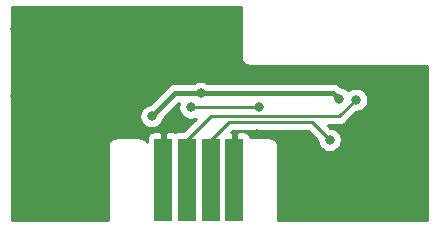
<source format=gbl>
G04 #@! TF.GenerationSoftware,KiCad,Pcbnew,(5.1.0)-1*
G04 #@! TF.CreationDate,2019-10-23T17:10:22-04:00*
G04 #@! TF.ProjectId,gc_sp2,67635f73-7032-42e6-9b69-6361645f7063,rev?*
G04 #@! TF.SameCoordinates,Original*
G04 #@! TF.FileFunction,Copper,L2,Bot*
G04 #@! TF.FilePolarity,Positive*
%FSLAX46Y46*%
G04 Gerber Fmt 4.6, Leading zero omitted, Abs format (unit mm)*
G04 Created by KiCad (PCBNEW (5.1.0)-1) date 2019-10-23 17:10:22*
%MOMM*%
%LPD*%
G04 APERTURE LIST*
%ADD10R,1.500000X7.000000*%
%ADD11C,0.800000*%
%ADD12C,0.400000*%
%ADD13C,0.250000*%
%ADD14C,0.254000*%
G04 APERTURE END LIST*
D10*
X76500000Y-115900000D03*
X78500000Y-115900000D03*
X80500000Y-115900000D03*
X82500000Y-115900000D03*
D11*
X75500000Y-110500000D03*
X91350000Y-109000000D03*
X79650000Y-108550000D03*
X64050000Y-116250000D03*
X70000000Y-116250000D03*
X63950000Y-108750000D03*
X70000000Y-108750000D03*
X63950000Y-103100000D03*
X70000000Y-103100000D03*
X77250000Y-103050000D03*
X84400000Y-112000000D03*
X92460000Y-111800000D03*
X83870000Y-106830000D03*
X84600000Y-109750000D03*
X78800000Y-109750000D03*
X92800000Y-109100000D03*
X90580000Y-112490000D03*
D12*
X77500000Y-108500000D02*
X75500000Y-110500000D01*
X91350000Y-109000000D02*
X90850000Y-108500000D01*
X90850000Y-108500000D02*
X77500000Y-108500000D01*
X82500000Y-116250000D02*
X82500000Y-112200000D01*
X76500000Y-116250000D02*
X76500000Y-112050000D01*
D13*
X78800000Y-109750000D02*
X84600000Y-109750000D01*
X78500000Y-112500000D02*
X78500000Y-116250000D01*
X80500000Y-110500000D02*
X78500000Y-112500000D01*
X92800000Y-109100000D02*
X91400000Y-110500000D01*
X91400000Y-110500000D02*
X80500000Y-110500000D01*
X80500000Y-116250000D02*
X80500000Y-112500000D01*
X80500000Y-112500000D02*
X82050000Y-110950000D01*
X89040000Y-110950000D02*
X90180001Y-112090001D01*
X82050000Y-110950000D02*
X89040000Y-110950000D01*
X90180001Y-112090001D02*
X90580000Y-112490000D01*
D14*
G36*
X83040000Y-105465123D02*
G01*
X83036565Y-105500000D01*
X83050273Y-105639184D01*
X83090872Y-105773020D01*
X83156800Y-105896363D01*
X83245525Y-106004475D01*
X83353637Y-106093200D01*
X83476980Y-106159128D01*
X83610816Y-106199727D01*
X83750000Y-106213435D01*
X83784877Y-106210000D01*
X98790000Y-106210000D01*
X98790001Y-119290000D01*
X86210000Y-119290000D01*
X86210000Y-113034877D01*
X86213435Y-113000000D01*
X86199727Y-112860816D01*
X86159128Y-112726980D01*
X86093200Y-112603637D01*
X86004475Y-112495525D01*
X85896363Y-112406800D01*
X85773020Y-112340872D01*
X85639184Y-112300273D01*
X85534877Y-112290000D01*
X85500000Y-112286565D01*
X85465123Y-112290000D01*
X83877238Y-112290000D01*
X83875812Y-112275518D01*
X83839502Y-112155820D01*
X83780537Y-112045506D01*
X83701185Y-111948815D01*
X83604494Y-111869463D01*
X83494180Y-111810498D01*
X83374482Y-111774188D01*
X83250000Y-111761928D01*
X82785750Y-111765000D01*
X82627000Y-111923750D01*
X82627000Y-112873000D01*
X82373000Y-112873000D01*
X82373000Y-111923750D01*
X82262026Y-111812776D01*
X82364802Y-111710000D01*
X88725199Y-111710000D01*
X89545000Y-112529802D01*
X89545000Y-112591939D01*
X89584774Y-112791898D01*
X89662795Y-112980256D01*
X89776063Y-113149774D01*
X89920226Y-113293937D01*
X90089744Y-113407205D01*
X90278102Y-113485226D01*
X90478061Y-113525000D01*
X90681939Y-113525000D01*
X90881898Y-113485226D01*
X91070256Y-113407205D01*
X91239774Y-113293937D01*
X91383937Y-113149774D01*
X91497205Y-112980256D01*
X91575226Y-112791898D01*
X91615000Y-112591939D01*
X91615000Y-112388061D01*
X91575226Y-112188102D01*
X91497205Y-111999744D01*
X91383937Y-111830226D01*
X91239774Y-111686063D01*
X91070256Y-111572795D01*
X90881898Y-111494774D01*
X90681939Y-111455000D01*
X90619802Y-111455000D01*
X90424802Y-111260000D01*
X91362678Y-111260000D01*
X91400000Y-111263676D01*
X91437322Y-111260000D01*
X91437333Y-111260000D01*
X91548986Y-111249003D01*
X91692247Y-111205546D01*
X91824276Y-111134974D01*
X91940001Y-111040001D01*
X91963804Y-111010997D01*
X92839802Y-110135000D01*
X92901939Y-110135000D01*
X93101898Y-110095226D01*
X93290256Y-110017205D01*
X93459774Y-109903937D01*
X93603937Y-109759774D01*
X93717205Y-109590256D01*
X93795226Y-109401898D01*
X93835000Y-109201939D01*
X93835000Y-108998061D01*
X93795226Y-108798102D01*
X93717205Y-108609744D01*
X93603937Y-108440226D01*
X93459774Y-108296063D01*
X93290256Y-108182795D01*
X93101898Y-108104774D01*
X92901939Y-108065000D01*
X92698061Y-108065000D01*
X92498102Y-108104774D01*
X92309744Y-108182795D01*
X92140226Y-108296063D01*
X92125000Y-108311289D01*
X92009774Y-108196063D01*
X91840256Y-108082795D01*
X91651898Y-108004774D01*
X91506775Y-107975907D01*
X91469445Y-107938578D01*
X91443291Y-107906709D01*
X91316146Y-107802364D01*
X91171087Y-107724828D01*
X91013689Y-107677082D01*
X90891019Y-107665000D01*
X90891018Y-107665000D01*
X90850000Y-107660960D01*
X90808982Y-107665000D01*
X80188454Y-107665000D01*
X80140256Y-107632795D01*
X79951898Y-107554774D01*
X79751939Y-107515000D01*
X79548061Y-107515000D01*
X79348102Y-107554774D01*
X79159744Y-107632795D01*
X79111546Y-107665000D01*
X77541018Y-107665000D01*
X77499999Y-107660960D01*
X77458981Y-107665000D01*
X77336311Y-107677082D01*
X77178913Y-107724828D01*
X77033854Y-107802364D01*
X76906709Y-107906709D01*
X76880559Y-107938573D01*
X75343225Y-109475907D01*
X75198102Y-109504774D01*
X75009744Y-109582795D01*
X74840226Y-109696063D01*
X74696063Y-109840226D01*
X74582795Y-110009744D01*
X74504774Y-110198102D01*
X74465000Y-110398061D01*
X74465000Y-110601939D01*
X74504774Y-110801898D01*
X74582795Y-110990256D01*
X74696063Y-111159774D01*
X74840226Y-111303937D01*
X75009744Y-111417205D01*
X75198102Y-111495226D01*
X75398061Y-111535000D01*
X75601939Y-111535000D01*
X75801898Y-111495226D01*
X75990256Y-111417205D01*
X76159774Y-111303937D01*
X76303937Y-111159774D01*
X76417205Y-110990256D01*
X76495226Y-110801898D01*
X76524093Y-110656775D01*
X77845868Y-109335000D01*
X77851623Y-109335000D01*
X77804774Y-109448102D01*
X77765000Y-109648061D01*
X77765000Y-109851939D01*
X77804774Y-110051898D01*
X77882795Y-110240256D01*
X77996063Y-110409774D01*
X78140226Y-110553937D01*
X78309744Y-110667205D01*
X78498102Y-110745226D01*
X78698061Y-110785000D01*
X78901939Y-110785000D01*
X79101898Y-110745226D01*
X79235180Y-110690018D01*
X78163271Y-111761928D01*
X77750000Y-111761928D01*
X77625518Y-111774188D01*
X77505820Y-111810498D01*
X77500000Y-111813609D01*
X77494180Y-111810498D01*
X77374482Y-111774188D01*
X77250000Y-111761928D01*
X76785750Y-111765000D01*
X76627000Y-111923750D01*
X76627000Y-112873000D01*
X76373000Y-112873000D01*
X76373000Y-111923750D01*
X76214250Y-111765000D01*
X75750000Y-111761928D01*
X75625518Y-111774188D01*
X75505820Y-111810498D01*
X75395506Y-111869463D01*
X75298815Y-111948815D01*
X75219463Y-112045506D01*
X75160498Y-112155820D01*
X75124188Y-112275518D01*
X75111928Y-112400000D01*
X75112157Y-112639102D01*
X75093200Y-112603637D01*
X75004475Y-112495525D01*
X74896363Y-112406800D01*
X74773020Y-112340872D01*
X74639184Y-112300273D01*
X74534877Y-112290000D01*
X74500000Y-112286565D01*
X74465123Y-112290000D01*
X72534877Y-112290000D01*
X72500000Y-112286565D01*
X72465123Y-112290000D01*
X72360816Y-112300273D01*
X72226980Y-112340872D01*
X72103637Y-112406800D01*
X71995525Y-112495525D01*
X71906800Y-112603637D01*
X71840872Y-112726980D01*
X71800273Y-112860816D01*
X71786565Y-113000000D01*
X71790001Y-113034887D01*
X71790000Y-119290000D01*
X63710000Y-119290000D01*
X63710000Y-101210000D01*
X83040001Y-101210000D01*
X83040000Y-105465123D01*
X83040000Y-105465123D01*
G37*
X83040000Y-105465123D02*
X83036565Y-105500000D01*
X83050273Y-105639184D01*
X83090872Y-105773020D01*
X83156800Y-105896363D01*
X83245525Y-106004475D01*
X83353637Y-106093200D01*
X83476980Y-106159128D01*
X83610816Y-106199727D01*
X83750000Y-106213435D01*
X83784877Y-106210000D01*
X98790000Y-106210000D01*
X98790001Y-119290000D01*
X86210000Y-119290000D01*
X86210000Y-113034877D01*
X86213435Y-113000000D01*
X86199727Y-112860816D01*
X86159128Y-112726980D01*
X86093200Y-112603637D01*
X86004475Y-112495525D01*
X85896363Y-112406800D01*
X85773020Y-112340872D01*
X85639184Y-112300273D01*
X85534877Y-112290000D01*
X85500000Y-112286565D01*
X85465123Y-112290000D01*
X83877238Y-112290000D01*
X83875812Y-112275518D01*
X83839502Y-112155820D01*
X83780537Y-112045506D01*
X83701185Y-111948815D01*
X83604494Y-111869463D01*
X83494180Y-111810498D01*
X83374482Y-111774188D01*
X83250000Y-111761928D01*
X82785750Y-111765000D01*
X82627000Y-111923750D01*
X82627000Y-112873000D01*
X82373000Y-112873000D01*
X82373000Y-111923750D01*
X82262026Y-111812776D01*
X82364802Y-111710000D01*
X88725199Y-111710000D01*
X89545000Y-112529802D01*
X89545000Y-112591939D01*
X89584774Y-112791898D01*
X89662795Y-112980256D01*
X89776063Y-113149774D01*
X89920226Y-113293937D01*
X90089744Y-113407205D01*
X90278102Y-113485226D01*
X90478061Y-113525000D01*
X90681939Y-113525000D01*
X90881898Y-113485226D01*
X91070256Y-113407205D01*
X91239774Y-113293937D01*
X91383937Y-113149774D01*
X91497205Y-112980256D01*
X91575226Y-112791898D01*
X91615000Y-112591939D01*
X91615000Y-112388061D01*
X91575226Y-112188102D01*
X91497205Y-111999744D01*
X91383937Y-111830226D01*
X91239774Y-111686063D01*
X91070256Y-111572795D01*
X90881898Y-111494774D01*
X90681939Y-111455000D01*
X90619802Y-111455000D01*
X90424802Y-111260000D01*
X91362678Y-111260000D01*
X91400000Y-111263676D01*
X91437322Y-111260000D01*
X91437333Y-111260000D01*
X91548986Y-111249003D01*
X91692247Y-111205546D01*
X91824276Y-111134974D01*
X91940001Y-111040001D01*
X91963804Y-111010997D01*
X92839802Y-110135000D01*
X92901939Y-110135000D01*
X93101898Y-110095226D01*
X93290256Y-110017205D01*
X93459774Y-109903937D01*
X93603937Y-109759774D01*
X93717205Y-109590256D01*
X93795226Y-109401898D01*
X93835000Y-109201939D01*
X93835000Y-108998061D01*
X93795226Y-108798102D01*
X93717205Y-108609744D01*
X93603937Y-108440226D01*
X93459774Y-108296063D01*
X93290256Y-108182795D01*
X93101898Y-108104774D01*
X92901939Y-108065000D01*
X92698061Y-108065000D01*
X92498102Y-108104774D01*
X92309744Y-108182795D01*
X92140226Y-108296063D01*
X92125000Y-108311289D01*
X92009774Y-108196063D01*
X91840256Y-108082795D01*
X91651898Y-108004774D01*
X91506775Y-107975907D01*
X91469445Y-107938578D01*
X91443291Y-107906709D01*
X91316146Y-107802364D01*
X91171087Y-107724828D01*
X91013689Y-107677082D01*
X90891019Y-107665000D01*
X90891018Y-107665000D01*
X90850000Y-107660960D01*
X90808982Y-107665000D01*
X80188454Y-107665000D01*
X80140256Y-107632795D01*
X79951898Y-107554774D01*
X79751939Y-107515000D01*
X79548061Y-107515000D01*
X79348102Y-107554774D01*
X79159744Y-107632795D01*
X79111546Y-107665000D01*
X77541018Y-107665000D01*
X77499999Y-107660960D01*
X77458981Y-107665000D01*
X77336311Y-107677082D01*
X77178913Y-107724828D01*
X77033854Y-107802364D01*
X76906709Y-107906709D01*
X76880559Y-107938573D01*
X75343225Y-109475907D01*
X75198102Y-109504774D01*
X75009744Y-109582795D01*
X74840226Y-109696063D01*
X74696063Y-109840226D01*
X74582795Y-110009744D01*
X74504774Y-110198102D01*
X74465000Y-110398061D01*
X74465000Y-110601939D01*
X74504774Y-110801898D01*
X74582795Y-110990256D01*
X74696063Y-111159774D01*
X74840226Y-111303937D01*
X75009744Y-111417205D01*
X75198102Y-111495226D01*
X75398061Y-111535000D01*
X75601939Y-111535000D01*
X75801898Y-111495226D01*
X75990256Y-111417205D01*
X76159774Y-111303937D01*
X76303937Y-111159774D01*
X76417205Y-110990256D01*
X76495226Y-110801898D01*
X76524093Y-110656775D01*
X77845868Y-109335000D01*
X77851623Y-109335000D01*
X77804774Y-109448102D01*
X77765000Y-109648061D01*
X77765000Y-109851939D01*
X77804774Y-110051898D01*
X77882795Y-110240256D01*
X77996063Y-110409774D01*
X78140226Y-110553937D01*
X78309744Y-110667205D01*
X78498102Y-110745226D01*
X78698061Y-110785000D01*
X78901939Y-110785000D01*
X79101898Y-110745226D01*
X79235180Y-110690018D01*
X78163271Y-111761928D01*
X77750000Y-111761928D01*
X77625518Y-111774188D01*
X77505820Y-111810498D01*
X77500000Y-111813609D01*
X77494180Y-111810498D01*
X77374482Y-111774188D01*
X77250000Y-111761928D01*
X76785750Y-111765000D01*
X76627000Y-111923750D01*
X76627000Y-112873000D01*
X76373000Y-112873000D01*
X76373000Y-111923750D01*
X76214250Y-111765000D01*
X75750000Y-111761928D01*
X75625518Y-111774188D01*
X75505820Y-111810498D01*
X75395506Y-111869463D01*
X75298815Y-111948815D01*
X75219463Y-112045506D01*
X75160498Y-112155820D01*
X75124188Y-112275518D01*
X75111928Y-112400000D01*
X75112157Y-112639102D01*
X75093200Y-112603637D01*
X75004475Y-112495525D01*
X74896363Y-112406800D01*
X74773020Y-112340872D01*
X74639184Y-112300273D01*
X74534877Y-112290000D01*
X74500000Y-112286565D01*
X74465123Y-112290000D01*
X72534877Y-112290000D01*
X72500000Y-112286565D01*
X72465123Y-112290000D01*
X72360816Y-112300273D01*
X72226980Y-112340872D01*
X72103637Y-112406800D01*
X71995525Y-112495525D01*
X71906800Y-112603637D01*
X71840872Y-112726980D01*
X71800273Y-112860816D01*
X71786565Y-113000000D01*
X71790001Y-113034887D01*
X71790000Y-119290000D01*
X63710000Y-119290000D01*
X63710000Y-101210000D01*
X83040001Y-101210000D01*
X83040000Y-105465123D01*
M02*

</source>
